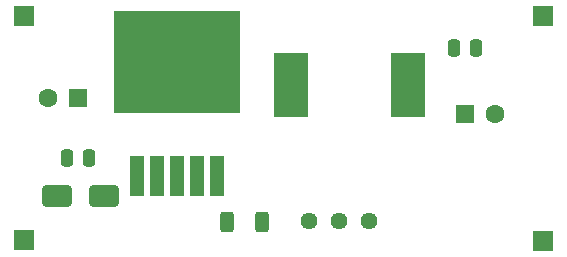
<source format=gts>
G04 #@! TF.GenerationSoftware,KiCad,Pcbnew,9.0.1*
G04 #@! TF.CreationDate,2025-08-22T15:47:16+05:00*
G04 #@! TF.ProjectId,dc_boost_converter,64635f62-6f6f-4737-945f-636f6e766572,rev?*
G04 #@! TF.SameCoordinates,Original*
G04 #@! TF.FileFunction,Soldermask,Top*
G04 #@! TF.FilePolarity,Negative*
%FSLAX46Y46*%
G04 Gerber Fmt 4.6, Leading zero omitted, Abs format (unit mm)*
G04 Created by KiCad (PCBNEW 9.0.1) date 2025-08-22 15:47:16*
%MOMM*%
%LPD*%
G01*
G04 APERTURE LIST*
G04 Aperture macros list*
%AMRoundRect*
0 Rectangle with rounded corners*
0 $1 Rounding radius*
0 $2 $3 $4 $5 $6 $7 $8 $9 X,Y pos of 4 corners*
0 Add a 4 corners polygon primitive as box body*
4,1,4,$2,$3,$4,$5,$6,$7,$8,$9,$2,$3,0*
0 Add four circle primitives for the rounded corners*
1,1,$1+$1,$2,$3*
1,1,$1+$1,$4,$5*
1,1,$1+$1,$6,$7*
1,1,$1+$1,$8,$9*
0 Add four rect primitives between the rounded corners*
20,1,$1+$1,$2,$3,$4,$5,0*
20,1,$1+$1,$4,$5,$6,$7,0*
20,1,$1+$1,$6,$7,$8,$9,0*
20,1,$1+$1,$8,$9,$2,$3,0*%
G04 Aperture macros list end*
%ADD10R,1.700000X1.700000*%
%ADD11R,2.900000X5.400000*%
%ADD12RoundRect,0.102000X0.525000X-1.605000X0.525000X1.605000X-0.525000X1.605000X-0.525000X-1.605000X0*%
%ADD13RoundRect,0.102000X5.265000X-4.230000X5.265000X4.230000X-5.265000X4.230000X-5.265000X-4.230000X0*%
%ADD14RoundRect,0.250000X0.312500X0.625000X-0.312500X0.625000X-0.312500X-0.625000X0.312500X-0.625000X0*%
%ADD15C,1.440000*%
%ADD16RoundRect,0.250000X-0.250000X-0.475000X0.250000X-0.475000X0.250000X0.475000X-0.250000X0.475000X0*%
%ADD17RoundRect,0.250000X0.250000X0.475000X-0.250000X0.475000X-0.250000X-0.475000X0.250000X-0.475000X0*%
%ADD18RoundRect,0.250000X1.000000X0.650000X-1.000000X0.650000X-1.000000X-0.650000X1.000000X-0.650000X0*%
%ADD19R,1.600000X1.600000*%
%ADD20C,1.600000*%
G04 APERTURE END LIST*
D10*
X181100000Y-75200000D03*
D11*
X159750000Y-81000000D03*
X169650000Y-81000000D03*
D12*
X146700000Y-88718500D03*
X148400000Y-88718500D03*
X150100000Y-88718500D03*
X151800000Y-88718500D03*
X153500000Y-88718500D03*
D13*
X150100000Y-79088500D03*
D14*
X157262500Y-92600000D03*
X154337500Y-92600000D03*
D10*
X137100000Y-94100000D03*
D15*
X166380000Y-92500000D03*
X163840000Y-92500000D03*
X161300000Y-92500000D03*
D16*
X173550000Y-77900000D03*
X175450000Y-77900000D03*
D17*
X142650000Y-87200000D03*
X140750000Y-87200000D03*
D18*
X143900000Y-90400000D03*
X139900000Y-90400000D03*
D19*
X141682380Y-82100000D03*
D20*
X139182380Y-82100000D03*
D19*
X174517621Y-83500000D03*
D20*
X177017621Y-83500000D03*
D10*
X137100000Y-75200000D03*
X181100000Y-94200000D03*
M02*

</source>
